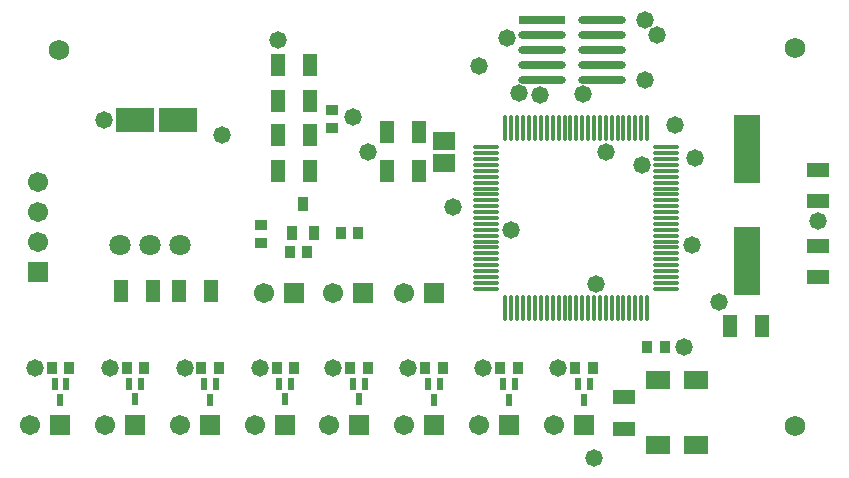
<source format=gts>
G04 Layer_Color=8388736*
%FSLAX23Y23*%
%MOIN*%
G70*
G01*
G75*
%ADD36R,0.043X0.036*%
%ADD37R,0.036X0.043*%
%ADD38R,0.032X0.047*%
%ADD39O,0.085X0.016*%
%ADD40O,0.016X0.085*%
%ADD41R,0.091X0.228*%
%ADD42R,0.083X0.059*%
%ADD43R,0.024X0.043*%
%ADD44R,0.158X0.028*%
%ADD45O,0.158X0.028*%
%ADD46R,0.075X0.061*%
%ADD47R,0.051X0.075*%
%ADD48R,0.128X0.079*%
%ADD49R,0.075X0.051*%
%ADD50C,0.071*%
%ADD51R,0.067X0.067*%
%ADD52C,0.067*%
%ADD53R,0.067X0.067*%
%ADD54C,0.068*%
%ADD55C,0.058*%
D36*
X1855Y1765D02*
D03*
Y1825D02*
D03*
X2090Y2151D02*
D03*
Y2210D02*
D03*
D37*
X2179Y1800D02*
D03*
X2120D02*
D03*
X2009Y1735D02*
D03*
X1950D02*
D03*
X3140Y1420D02*
D03*
X3200D02*
D03*
X1156Y1350D02*
D03*
X1215D02*
D03*
X1406D02*
D03*
X1465D02*
D03*
X1655Y1350D02*
D03*
X1715D02*
D03*
X1906Y1350D02*
D03*
X1965D02*
D03*
X2150Y1350D02*
D03*
X2210D02*
D03*
X2400D02*
D03*
X2460D02*
D03*
X2650D02*
D03*
X2710D02*
D03*
X2900D02*
D03*
X2960D02*
D03*
D38*
X1995Y1895D02*
D03*
X2032Y1801D02*
D03*
X1958D02*
D03*
D39*
X2605Y2086D02*
D03*
Y2067D02*
D03*
Y2047D02*
D03*
Y2027D02*
D03*
Y2007D02*
D03*
Y1988D02*
D03*
Y1968D02*
D03*
Y1948D02*
D03*
Y1929D02*
D03*
Y1909D02*
D03*
Y1889D02*
D03*
Y1870D02*
D03*
Y1850D02*
D03*
Y1830D02*
D03*
Y1811D02*
D03*
Y1791D02*
D03*
Y1771D02*
D03*
Y1752D02*
D03*
Y1732D02*
D03*
Y1712D02*
D03*
Y1693D02*
D03*
Y1673D02*
D03*
Y1653D02*
D03*
Y1633D02*
D03*
Y1614D02*
D03*
X3205D02*
D03*
Y1633D02*
D03*
Y1653D02*
D03*
Y1673D02*
D03*
Y1693D02*
D03*
Y1712D02*
D03*
Y1732D02*
D03*
Y1752D02*
D03*
Y1771D02*
D03*
Y1791D02*
D03*
Y1811D02*
D03*
Y1830D02*
D03*
Y1850D02*
D03*
Y1870D02*
D03*
Y1889D02*
D03*
Y1909D02*
D03*
Y1929D02*
D03*
Y1948D02*
D03*
Y1968D02*
D03*
Y1988D02*
D03*
Y2007D02*
D03*
Y2027D02*
D03*
Y2047D02*
D03*
Y2067D02*
D03*
Y2086D02*
D03*
D40*
X2669Y1550D02*
D03*
X2688D02*
D03*
X2708D02*
D03*
X2728D02*
D03*
X2748D02*
D03*
X2767D02*
D03*
X2787D02*
D03*
X2807D02*
D03*
X2826D02*
D03*
X2846D02*
D03*
X2866D02*
D03*
X2885D02*
D03*
X2905D02*
D03*
X2925D02*
D03*
X2944D02*
D03*
X2964D02*
D03*
X2984D02*
D03*
X3003D02*
D03*
X3023D02*
D03*
X3043D02*
D03*
X3062D02*
D03*
X3082D02*
D03*
X3102D02*
D03*
X3122D02*
D03*
X3141D02*
D03*
Y2150D02*
D03*
X3122D02*
D03*
X3102D02*
D03*
X3082D02*
D03*
X3062D02*
D03*
X3043D02*
D03*
X3023D02*
D03*
X3003D02*
D03*
X2984D02*
D03*
X2964D02*
D03*
X2944D02*
D03*
X2925D02*
D03*
X2905D02*
D03*
X2885D02*
D03*
X2866D02*
D03*
X2846D02*
D03*
X2826D02*
D03*
X2807D02*
D03*
X2787D02*
D03*
X2767D02*
D03*
X2748D02*
D03*
X2728D02*
D03*
X2708D02*
D03*
X2688D02*
D03*
X2669D02*
D03*
D41*
X3475Y2080D02*
D03*
Y1706D02*
D03*
D42*
X3305Y1093D02*
D03*
Y1310D02*
D03*
X3179Y1093D02*
D03*
Y1310D02*
D03*
D43*
X2930Y1244D02*
D03*
X2911Y1295D02*
D03*
X2950D02*
D03*
X2680Y1244D02*
D03*
X2660Y1296D02*
D03*
X2700D02*
D03*
X2430Y1244D02*
D03*
X2410Y1296D02*
D03*
X2450D02*
D03*
X2180Y1245D02*
D03*
X2160Y1296D02*
D03*
X2200D02*
D03*
X1935Y1245D02*
D03*
X1915Y1296D02*
D03*
X1955D02*
D03*
X1685Y1244D02*
D03*
X1665Y1296D02*
D03*
X1705D02*
D03*
X1435Y1245D02*
D03*
X1415Y1296D02*
D03*
X1455D02*
D03*
X1185Y1244D02*
D03*
X1166Y1295D02*
D03*
X1205D02*
D03*
D44*
X2790Y2510D02*
D03*
D45*
Y2460D02*
D03*
Y2410D02*
D03*
Y2360D02*
D03*
Y2310D02*
D03*
X2990Y2510D02*
D03*
Y2460D02*
D03*
Y2410D02*
D03*
Y2360D02*
D03*
Y2310D02*
D03*
D46*
X2465Y2034D02*
D03*
Y2106D02*
D03*
D47*
X2380Y2005D02*
D03*
X2274D02*
D03*
X2380Y2135D02*
D03*
X2274D02*
D03*
X1912Y2360D02*
D03*
X2018D02*
D03*
X1912Y2240D02*
D03*
X2018D02*
D03*
X1912Y2125D02*
D03*
X2018D02*
D03*
X1912Y2005D02*
D03*
X2018D02*
D03*
X3523Y1490D02*
D03*
X3417D02*
D03*
X1688Y1605D02*
D03*
X1582D02*
D03*
X1387D02*
D03*
X1493D02*
D03*
D48*
X1577Y2175D02*
D03*
X1433D02*
D03*
D49*
X3710Y2011D02*
D03*
Y1905D02*
D03*
Y1652D02*
D03*
Y1758D02*
D03*
X3065Y1253D02*
D03*
Y1147D02*
D03*
D50*
X1585Y1760D02*
D03*
X1485D02*
D03*
X1385D02*
D03*
D51*
X2430Y1600D02*
D03*
X2195D02*
D03*
X1965D02*
D03*
X2930Y1160D02*
D03*
X2680D02*
D03*
X2430D02*
D03*
X2180D02*
D03*
X1935D02*
D03*
X1685D02*
D03*
X1435D02*
D03*
X1185D02*
D03*
D52*
X2330Y1600D02*
D03*
X2095D02*
D03*
X1865D02*
D03*
X1110Y1970D02*
D03*
Y1870D02*
D03*
Y1770D02*
D03*
X2830Y1160D02*
D03*
X2580D02*
D03*
X2330D02*
D03*
X2080D02*
D03*
X1835D02*
D03*
X1585D02*
D03*
X1335D02*
D03*
X1085D02*
D03*
D53*
X1110Y1670D02*
D03*
D54*
X3635Y1155D02*
D03*
Y2415D02*
D03*
X1180Y2410D02*
D03*
D55*
X3300Y2050D02*
D03*
X2095Y1350D02*
D03*
X1350D02*
D03*
X2689Y1811D02*
D03*
X2965Y1050D02*
D03*
X3123Y2027D02*
D03*
X3710Y1840D02*
D03*
X3005Y2070D02*
D03*
X1912Y2442D02*
D03*
X1725Y2125D02*
D03*
X2210Y2070D02*
D03*
X2595Y1350D02*
D03*
X2345D02*
D03*
X1850D02*
D03*
X1600D02*
D03*
X1100D02*
D03*
X2970Y1630D02*
D03*
X3135Y2510D02*
D03*
Y2310D02*
D03*
X2845Y1350D02*
D03*
X3290Y1760D02*
D03*
X3175Y2460D02*
D03*
X3265Y1420D02*
D03*
X3380Y1570D02*
D03*
X2675Y2450D02*
D03*
X3235Y2160D02*
D03*
X2785Y2260D02*
D03*
X1330Y2175D02*
D03*
X2495Y1885D02*
D03*
X2580Y2355D02*
D03*
X2715Y2265D02*
D03*
X2926Y2264D02*
D03*
X2160Y2185D02*
D03*
M02*

</source>
